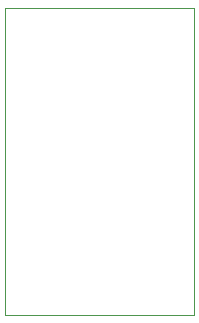
<source format=gbr>
%TF.GenerationSoftware,KiCad,Pcbnew,8.0.6*%
%TF.CreationDate,2024-11-22T12:10:13+00:00*%
%TF.ProjectId,AliceMini,416c6963-654d-4696-9e69-2e6b69636164,rev?*%
%TF.SameCoordinates,Original*%
%TF.FileFunction,Profile,NP*%
%FSLAX46Y46*%
G04 Gerber Fmt 4.6, Leading zero omitted, Abs format (unit mm)*
G04 Created by KiCad (PCBNEW 8.0.6) date 2024-11-22 12:10:13*
%MOMM*%
%LPD*%
G01*
G04 APERTURE LIST*
%TA.AperFunction,Profile*%
%ADD10C,0.100000*%
%TD*%
G04 APERTURE END LIST*
D10*
X0Y0D02*
X16000000Y0D01*
X16000000Y-26000000D01*
X0Y-26000000D01*
X0Y0D01*
M02*

</source>
